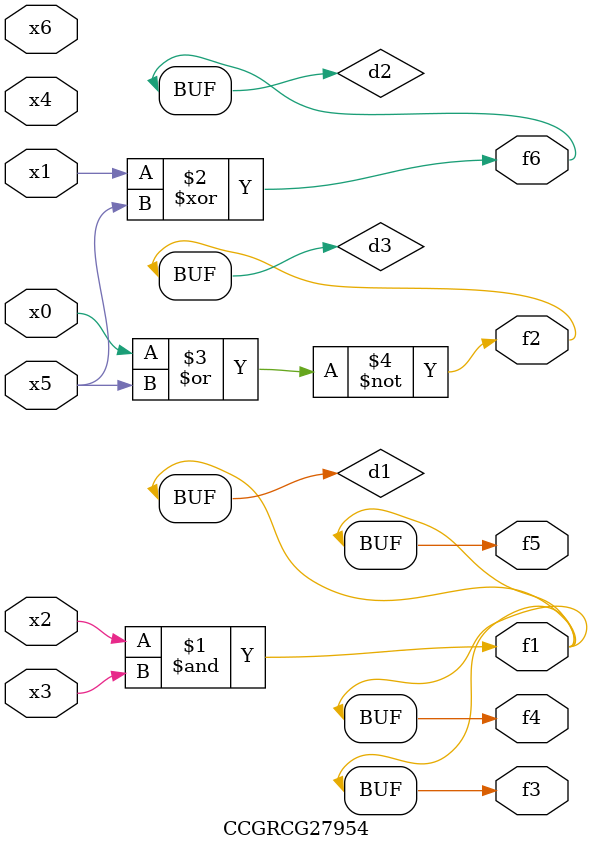
<source format=v>
module CCGRCG27954(
	input x0, x1, x2, x3, x4, x5, x6,
	output f1, f2, f3, f4, f5, f6
);

	wire d1, d2, d3;

	and (d1, x2, x3);
	xor (d2, x1, x5);
	nor (d3, x0, x5);
	assign f1 = d1;
	assign f2 = d3;
	assign f3 = d1;
	assign f4 = d1;
	assign f5 = d1;
	assign f6 = d2;
endmodule

</source>
